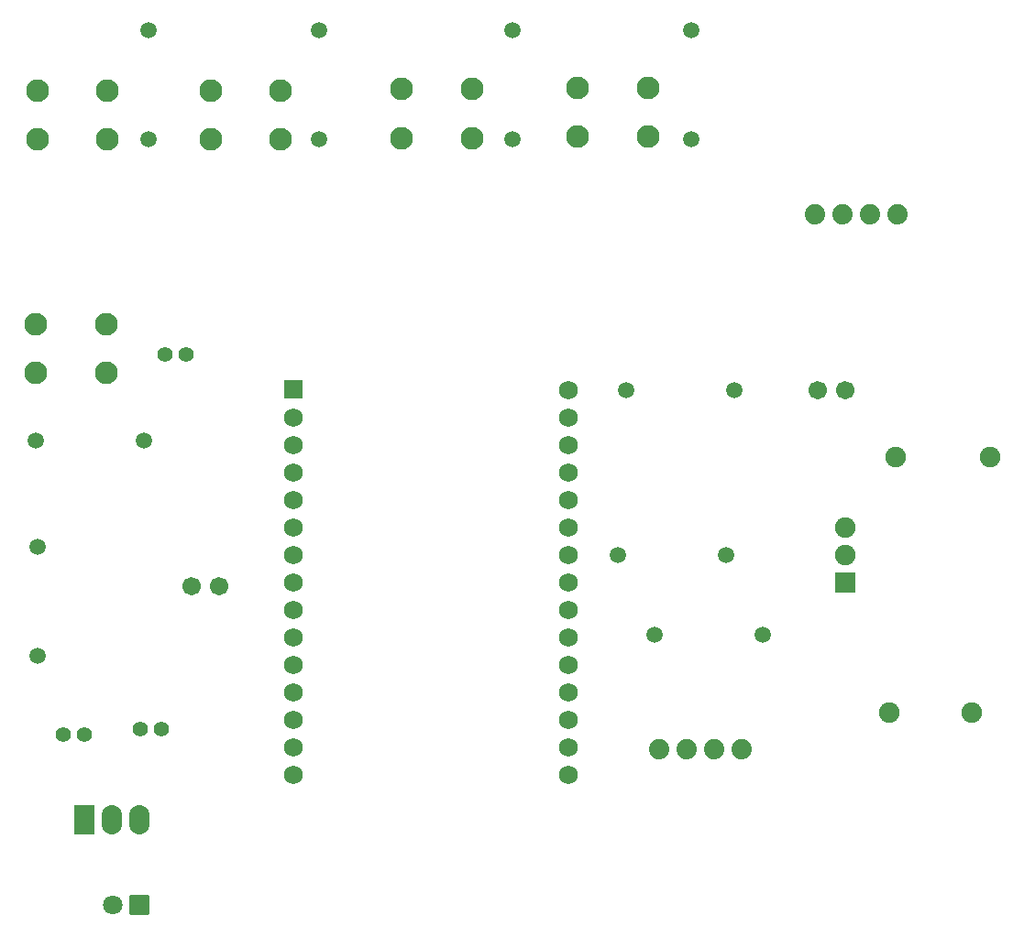
<source format=gbs>
G04 Layer: BottomSolderMaskLayer*
G04 EasyEDA v6.5.50, 2025-08-07 23:34:14*
G04 4f77d7e6b91a4c7688e86251b08845de,d5ecf923025d49a2b3c084a081e0ad24,10*
G04 Gerber Generator version 0.2*
G04 Scale: 100 percent, Rotated: No, Reflected: No *
G04 Dimensions in millimeters *
G04 leading zeros omitted , absolute positions ,4 integer and 5 decimal *
%FSLAX45Y45*%
%MOMM*%

%AMMACRO1*4,1,8,-0.8711,-0.9008,-0.9008,-0.871,-0.9008,0.8711,-0.8711,0.9008,0.871,0.9008,0.9008,0.8711,0.9008,-0.871,0.871,-0.9008,-0.8711,-0.9008,0*%
%AMMACRO2*4,1,8,-0.9211,-0.9508,-0.9508,-0.921,-0.9508,0.9211,-0.9211,0.9508,0.921,0.9508,0.9508,0.9211,0.9508,-0.921,0.921,-0.9508,-0.9211,-0.9508,0*%
%AMMACRO3*4,1,8,-0.8041,-0.8636,-0.8636,-0.8041,-0.8636,0.8041,-0.8041,0.8636,0.8041,0.8636,0.8636,0.8041,0.8636,-0.8041,0.8041,-0.8636,-0.8041,-0.8636,0*%
%AMMACRO4*4,1,8,-0.9211,-1.3508,-0.9508,-1.321,-0.9508,1.3211,-0.9211,1.3508,0.921,1.3508,0.9508,1.3211,0.9508,-1.321,0.921,-1.3508,-0.9211,-1.3508,0*%
%ADD10C,1.4016*%
%ADD11C,1.7016*%
%ADD12C,1.9016*%
%ADD13MACRO1*%
%ADD14C,1.8016*%
%ADD15C,1.8796*%
%ADD16MACRO2*%
%ADD17C,1.5000*%
%ADD18C,2.1016*%
%ADD19MACRO3*%
%ADD20C,1.7272*%
%ADD21O,1.9015964X2.7015948*%
%ADD22MACRO4*%
%ADD23C,0.0115*%

%LPD*%
D10*
G01*
X-2118398Y-2989198D03*
G01*
X-1918398Y-2989198D03*
G01*
X-2346998Y-6456298D03*
G01*
X-2146998Y-6456298D03*
G01*
X-2858198Y-6507098D03*
G01*
X-3058198Y-6507098D03*
D11*
G01*
X3917327Y-3319398D03*
G01*
X4171327Y-3319398D03*
G01*
X-1865998Y-5135498D03*
G01*
X-1611998Y-5135498D03*
D12*
G01*
X5503202Y-3941698D03*
G01*
X4633201Y-3941698D03*
D13*
G01*
X-2350503Y-8081898D03*
D14*
G01*
X-2600693Y-8081898D03*
D15*
G01*
X3887101Y-1693798D03*
G01*
X4141101Y-1693798D03*
G01*
X4395101Y-1693798D03*
G01*
X4649101Y-1693798D03*
G01*
X3213112Y-6642100D03*
G01*
X2959112Y-6642100D03*
G01*
X2705112Y-6642100D03*
G01*
X2451112Y-6642100D03*
D12*
G01*
X5334901Y-6303898D03*
G01*
X4572901Y-6303898D03*
D16*
G01*
X4171327Y-5097398D03*
D12*
G01*
X4171327Y-4843398D03*
G01*
X4171327Y-4589398D03*
D17*
G01*
X2142502Y-3319398D03*
G01*
X3142500Y-3319398D03*
G01*
X-3305797Y-3789298D03*
G01*
X-2305799Y-3789298D03*
G01*
X-3288398Y-5775197D03*
G01*
X-3288398Y-4775200D03*
G01*
X2408313Y-5588000D03*
G01*
X3408311Y-5588000D03*
G01*
X2066302Y-4843398D03*
G01*
X3066300Y-4843398D03*
G01*
X-2267572Y-999997D03*
G01*
X-2267572Y0D03*
G01*
X-692772Y-999997D03*
G01*
X-692772Y0D03*
G01*
X1097927Y-999997D03*
G01*
X1097927Y0D03*
G01*
X2748927Y-999997D03*
G01*
X2748927Y0D03*
D18*
G01*
X-2658605Y-3163392D03*
G01*
X-3308591Y-3163392D03*
G01*
X-3308591Y-2713405D03*
G01*
X-2658605Y-2713405D03*
G01*
X-2645905Y-1004392D03*
G01*
X-3295891Y-1004392D03*
G01*
X-3295891Y-554405D03*
G01*
X-2645905Y-554405D03*
G01*
X-1045705Y-1004392D03*
G01*
X-1695691Y-1004392D03*
G01*
X-1695691Y-554405D03*
G01*
X-1045705Y-554405D03*
G01*
X719594Y-991692D03*
G01*
X69608Y-991692D03*
G01*
X69608Y-541705D03*
G01*
X719594Y-541705D03*
G01*
X2345194Y-978992D03*
G01*
X1695208Y-978992D03*
G01*
X1695208Y-529005D03*
G01*
X2345194Y-529005D03*
D19*
G01*
X-926198Y-3319373D03*
D20*
G01*
X-926172Y-3573424D03*
G01*
X-926172Y-3827424D03*
G01*
X-926172Y-4081424D03*
G01*
X-926172Y-4335424D03*
G01*
X-926172Y-4589424D03*
G01*
X-926172Y-4843424D03*
G01*
X-926172Y-5097424D03*
G01*
X-926172Y-5351424D03*
G01*
X-926172Y-5605424D03*
G01*
X-926172Y-5859424D03*
G01*
X-926172Y-6113424D03*
G01*
X-926172Y-6367424D03*
G01*
X-926172Y-6621424D03*
G01*
X-926172Y-6875424D03*
G01*
X1613827Y-6875424D03*
G01*
X1613827Y-6621424D03*
G01*
X1613827Y-6367424D03*
G01*
X1613827Y-6113424D03*
G01*
X1613827Y-5859424D03*
G01*
X1613827Y-5605424D03*
G01*
X1613827Y-5351424D03*
G01*
X1613827Y-5097424D03*
G01*
X1613827Y-4843424D03*
G01*
X1613827Y-4589424D03*
G01*
X1613827Y-4335424D03*
G01*
X1613827Y-4081424D03*
G01*
X1613827Y-3827424D03*
G01*
X1613827Y-3573424D03*
G01*
X1613827Y-3319424D03*
D21*
G01*
X-2602598Y-7294016D03*
G01*
X-2348572Y-7295006D03*
D22*
G01*
X-2856611Y-7294003D03*
M02*

</source>
